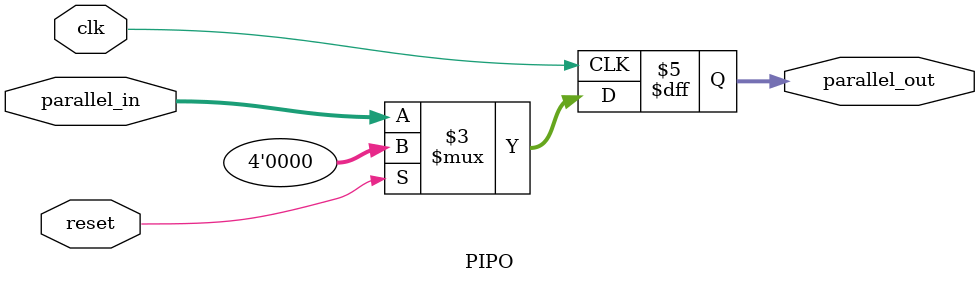
<source format=v>
`timescale 1ns / 1ps

module PIPO #(parameter N=4)
    (
    input clk, 
    input reset,
    input [N-1:0] parallel_in,
    output reg [N-1:0] parallel_out
    );
    
always @(posedge clk) begin
    if(reset) 
        parallel_out <= {N{1'b0}};
    else 
        parallel_out <= parallel_in;
end

endmodule

</source>
